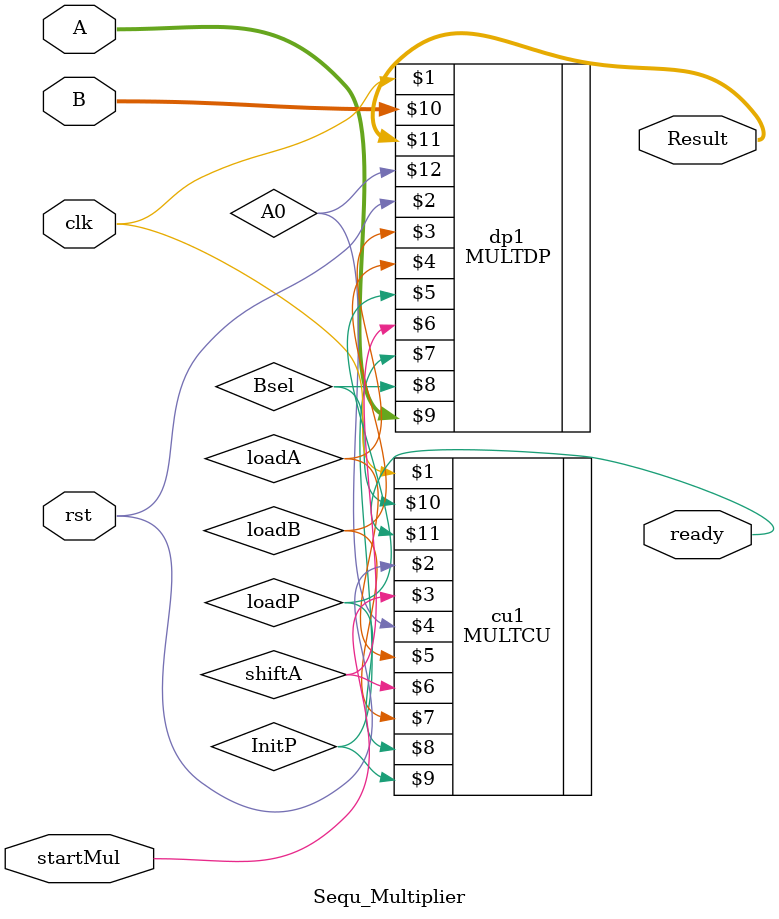
<source format=v>
`timescale 1ns/1ns
module Sequ_Multiplier(input clk, rst, startMul, input [23:0] A, B, output [47:0] Result, output ready);
	wire A0, loadA, shiftA, loadB, loadP, InitP, Bsel; 
	MULTDP dp1(clk, rst, loadA, loadB, loadP, shiftA, InitP, Bsel, A, B, Result, A0);
	MULTCU cu1(clk, rst, startMul, A0, loadA, shiftA, loadB, loadP, InitP, Bsel, ready);
endmodule

</source>
